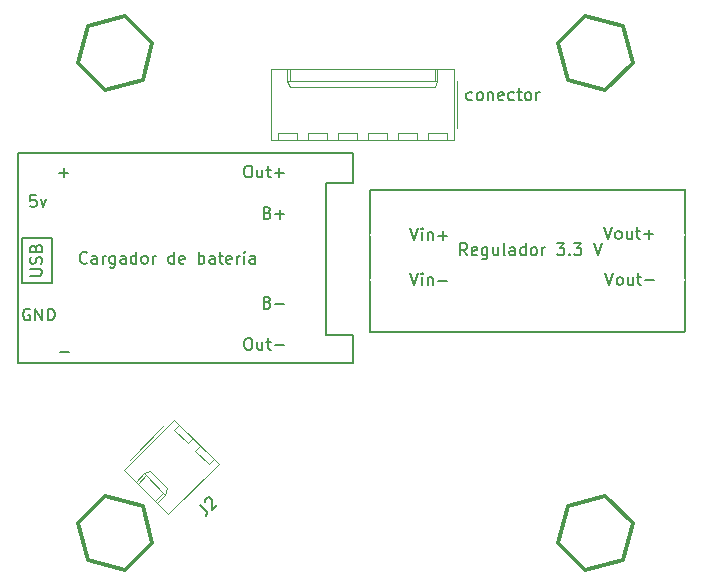
<source format=gbr>
G04 #@! TF.GenerationSoftware,KiCad,Pcbnew,(5.1.2)-2*
G04 #@! TF.CreationDate,2019-10-20T14:27:07-03:00*
G04 #@! TF.ProjectId,placa_potencia,706c6163-615f-4706-9f74-656e6369612e,rev?*
G04 #@! TF.SameCoordinates,Original*
G04 #@! TF.FileFunction,Legend,Top*
G04 #@! TF.FilePolarity,Positive*
%FSLAX46Y46*%
G04 Gerber Fmt 4.6, Leading zero omitted, Abs format (unit mm)*
G04 Created by KiCad (PCBNEW (5.1.2)-2) date 2019-10-20 14:27:07*
%MOMM*%
%LPD*%
G04 APERTURE LIST*
%ADD10C,0.300000*%
%ADD11C,0.150000*%
%ADD12C,0.120000*%
%ADD13R,2.800000X2.800000*%
%ADD14C,2.000000*%
%ADD15C,3.000000*%
%ADD16C,2.500000*%
%ADD17C,2.100000*%
G04 APERTURE END LIST*
D10*
X105755318Y-52167956D02*
X102604440Y-51323680D01*
X104066768Y-45866199D02*
X107217646Y-46710475D01*
X107217646Y-46710475D02*
X108061921Y-49861353D01*
X102604440Y-51323680D02*
X101760165Y-48172802D01*
X108061921Y-49861353D02*
X105755318Y-52167956D01*
X101760165Y-48172802D02*
X104066768Y-45866199D01*
X61118537Y-49861353D02*
X63425139Y-52167956D01*
X108061921Y-88814431D02*
X105755318Y-86507828D01*
X63425139Y-86507828D02*
X66576018Y-87352103D01*
X107217646Y-91965309D02*
X108061921Y-88814431D01*
X65113690Y-92809584D02*
X61962812Y-91965309D01*
X67420293Y-48172802D02*
X65113690Y-45866199D01*
X67420293Y-90502981D02*
X65113690Y-92809584D01*
X61962812Y-46710475D02*
X61118537Y-49861353D01*
X66576018Y-51323680D02*
X67420293Y-48172802D01*
X101760165Y-90502981D02*
X104066768Y-92809584D01*
X102604440Y-87352103D02*
X101760165Y-90502981D01*
X61118537Y-88814431D02*
X63425139Y-86507828D01*
X104066768Y-92809584D02*
X107217646Y-91965309D01*
X105755318Y-86507828D02*
X102604440Y-87352103D01*
X66576018Y-87352103D02*
X67420293Y-90502981D01*
X61962812Y-91965309D02*
X61118537Y-88814431D01*
X65113690Y-45866199D02*
X61962812Y-46710475D01*
X63425139Y-52167956D02*
X66576018Y-51323680D01*
D11*
X82100000Y-60000000D02*
X82100000Y-72900000D01*
X82100000Y-72900000D02*
X82400000Y-72900000D01*
X82300000Y-72900000D02*
X84400000Y-72900000D01*
X84400000Y-72900000D02*
X84400000Y-73200000D01*
X82300000Y-57500000D02*
X84400000Y-57500000D01*
X84400000Y-57500000D02*
X84400000Y-60000000D01*
X84400000Y-60000000D02*
X82100000Y-60000000D01*
X84400000Y-73200000D02*
X84400000Y-75300000D01*
X84400000Y-75300000D02*
X56000000Y-75300000D01*
X56000000Y-75300000D02*
X56000000Y-57500000D01*
X56400000Y-64700000D02*
X58900000Y-64700000D01*
X58900000Y-64700000D02*
X58900000Y-68500000D01*
X58900000Y-68500000D02*
X56400000Y-68500000D01*
X56400000Y-68500000D02*
X56400000Y-64800000D01*
X56000000Y-57500000D02*
X82300000Y-57500000D01*
D12*
X92930000Y-56380000D02*
X92930000Y-50360000D01*
X92930000Y-50360000D02*
X77470000Y-50360000D01*
X77470000Y-50360000D02*
X77470000Y-56380000D01*
X77470000Y-56380000D02*
X92930000Y-56380000D01*
X93220000Y-55350000D02*
X93220000Y-51350000D01*
X91550000Y-50360000D02*
X91550000Y-51360000D01*
X91550000Y-51360000D02*
X78850000Y-51360000D01*
X78850000Y-51360000D02*
X78850000Y-50360000D01*
X91550000Y-51360000D02*
X91300000Y-51890000D01*
X91300000Y-51890000D02*
X79100000Y-51890000D01*
X79100000Y-51890000D02*
X78850000Y-51360000D01*
X91300000Y-50360000D02*
X91300000Y-51360000D01*
X79100000Y-50360000D02*
X79100000Y-51360000D01*
X92350000Y-56380000D02*
X92350000Y-55780000D01*
X92350000Y-55780000D02*
X90750000Y-55780000D01*
X90750000Y-55780000D02*
X90750000Y-56380000D01*
X89810000Y-56380000D02*
X89810000Y-55780000D01*
X89810000Y-55780000D02*
X88210000Y-55780000D01*
X88210000Y-55780000D02*
X88210000Y-56380000D01*
X87270000Y-56380000D02*
X87270000Y-55780000D01*
X87270000Y-55780000D02*
X85670000Y-55780000D01*
X85670000Y-55780000D02*
X85670000Y-56380000D01*
X84730000Y-56380000D02*
X84730000Y-55780000D01*
X84730000Y-55780000D02*
X83130000Y-55780000D01*
X83130000Y-55780000D02*
X83130000Y-56380000D01*
X82190000Y-56380000D02*
X82190000Y-55780000D01*
X82190000Y-55780000D02*
X80590000Y-55780000D01*
X80590000Y-55780000D02*
X80590000Y-56380000D01*
X79650000Y-56380000D02*
X79650000Y-55780000D01*
X79650000Y-55780000D02*
X78050000Y-55780000D01*
X78050000Y-55780000D02*
X78050000Y-56380000D01*
X69266726Y-80081659D02*
X65009943Y-84338442D01*
X65009943Y-84338442D02*
X68757609Y-88086108D01*
X68757609Y-88086108D02*
X73014392Y-83829325D01*
X73014392Y-83829325D02*
X69266726Y-80081659D01*
X68333345Y-80604918D02*
X65504918Y-83433345D01*
X65985751Y-85314249D02*
X66692858Y-84607142D01*
X66692858Y-84607142D02*
X68488909Y-86403194D01*
X68488909Y-86403194D02*
X67781802Y-87110300D01*
X66692858Y-84607142D02*
X67244401Y-84409153D01*
X67244401Y-84409153D02*
X68686899Y-85851650D01*
X68686899Y-85851650D02*
X68488909Y-86403194D01*
X66162527Y-85491026D02*
X66869634Y-84783919D01*
X67605025Y-86933524D02*
X68312132Y-86226417D01*
X69676848Y-80491781D02*
X69252584Y-80916045D01*
X69252584Y-80916045D02*
X70383955Y-82047416D01*
X70383955Y-82047416D02*
X70808219Y-81623152D01*
X71472899Y-82287832D02*
X71048635Y-82712096D01*
X71048635Y-82712096D02*
X72180006Y-83843467D01*
X72180006Y-83843467D02*
X72604270Y-83419203D01*
D11*
X112000000Y-72600000D02*
X112400000Y-72600000D01*
X112400000Y-72600000D02*
X112470000Y-72538000D01*
X112470000Y-72538000D02*
X112470000Y-72284000D01*
X111673000Y-60600000D02*
X112473000Y-60600000D01*
X85800000Y-60600000D02*
X112000000Y-60600000D01*
X112470000Y-60524000D02*
X112470000Y-72524000D01*
X112000000Y-72600000D02*
X85800000Y-72600000D01*
X85800000Y-72600000D02*
X85800000Y-60600000D01*
X61866666Y-66757142D02*
X61819047Y-66804761D01*
X61676190Y-66852380D01*
X61580952Y-66852380D01*
X61438095Y-66804761D01*
X61342857Y-66709523D01*
X61295238Y-66614285D01*
X61247619Y-66423809D01*
X61247619Y-66280952D01*
X61295238Y-66090476D01*
X61342857Y-65995238D01*
X61438095Y-65900000D01*
X61580952Y-65852380D01*
X61676190Y-65852380D01*
X61819047Y-65900000D01*
X61866666Y-65947619D01*
X62723809Y-66852380D02*
X62723809Y-66328571D01*
X62676190Y-66233333D01*
X62580952Y-66185714D01*
X62390476Y-66185714D01*
X62295238Y-66233333D01*
X62723809Y-66804761D02*
X62628571Y-66852380D01*
X62390476Y-66852380D01*
X62295238Y-66804761D01*
X62247619Y-66709523D01*
X62247619Y-66614285D01*
X62295238Y-66519047D01*
X62390476Y-66471428D01*
X62628571Y-66471428D01*
X62723809Y-66423809D01*
X63200000Y-66852380D02*
X63200000Y-66185714D01*
X63200000Y-66376190D02*
X63247619Y-66280952D01*
X63295238Y-66233333D01*
X63390476Y-66185714D01*
X63485714Y-66185714D01*
X64247619Y-66185714D02*
X64247619Y-66995238D01*
X64200000Y-67090476D01*
X64152380Y-67138095D01*
X64057142Y-67185714D01*
X63914285Y-67185714D01*
X63819047Y-67138095D01*
X64247619Y-66804761D02*
X64152380Y-66852380D01*
X63961904Y-66852380D01*
X63866666Y-66804761D01*
X63819047Y-66757142D01*
X63771428Y-66661904D01*
X63771428Y-66376190D01*
X63819047Y-66280952D01*
X63866666Y-66233333D01*
X63961904Y-66185714D01*
X64152380Y-66185714D01*
X64247619Y-66233333D01*
X65152380Y-66852380D02*
X65152380Y-66328571D01*
X65104761Y-66233333D01*
X65009523Y-66185714D01*
X64819047Y-66185714D01*
X64723809Y-66233333D01*
X65152380Y-66804761D02*
X65057142Y-66852380D01*
X64819047Y-66852380D01*
X64723809Y-66804761D01*
X64676190Y-66709523D01*
X64676190Y-66614285D01*
X64723809Y-66519047D01*
X64819047Y-66471428D01*
X65057142Y-66471428D01*
X65152380Y-66423809D01*
X66057142Y-66852380D02*
X66057142Y-65852380D01*
X66057142Y-66804761D02*
X65961904Y-66852380D01*
X65771428Y-66852380D01*
X65676190Y-66804761D01*
X65628571Y-66757142D01*
X65580952Y-66661904D01*
X65580952Y-66376190D01*
X65628571Y-66280952D01*
X65676190Y-66233333D01*
X65771428Y-66185714D01*
X65961904Y-66185714D01*
X66057142Y-66233333D01*
X66676190Y-66852380D02*
X66580952Y-66804761D01*
X66533333Y-66757142D01*
X66485714Y-66661904D01*
X66485714Y-66376190D01*
X66533333Y-66280952D01*
X66580952Y-66233333D01*
X66676190Y-66185714D01*
X66819047Y-66185714D01*
X66914285Y-66233333D01*
X66961904Y-66280952D01*
X67009523Y-66376190D01*
X67009523Y-66661904D01*
X66961904Y-66757142D01*
X66914285Y-66804761D01*
X66819047Y-66852380D01*
X66676190Y-66852380D01*
X67438095Y-66852380D02*
X67438095Y-66185714D01*
X67438095Y-66376190D02*
X67485714Y-66280952D01*
X67533333Y-66233333D01*
X67628571Y-66185714D01*
X67723809Y-66185714D01*
X69247619Y-66852380D02*
X69247619Y-65852380D01*
X69247619Y-66804761D02*
X69152380Y-66852380D01*
X68961904Y-66852380D01*
X68866666Y-66804761D01*
X68819047Y-66757142D01*
X68771428Y-66661904D01*
X68771428Y-66376190D01*
X68819047Y-66280952D01*
X68866666Y-66233333D01*
X68961904Y-66185714D01*
X69152380Y-66185714D01*
X69247619Y-66233333D01*
X70104761Y-66804761D02*
X70009523Y-66852380D01*
X69819047Y-66852380D01*
X69723809Y-66804761D01*
X69676190Y-66709523D01*
X69676190Y-66328571D01*
X69723809Y-66233333D01*
X69819047Y-66185714D01*
X70009523Y-66185714D01*
X70104761Y-66233333D01*
X70152380Y-66328571D01*
X70152380Y-66423809D01*
X69676190Y-66519047D01*
X71342857Y-66852380D02*
X71342857Y-65852380D01*
X71342857Y-66233333D02*
X71438095Y-66185714D01*
X71628571Y-66185714D01*
X71723809Y-66233333D01*
X71771428Y-66280952D01*
X71819047Y-66376190D01*
X71819047Y-66661904D01*
X71771428Y-66757142D01*
X71723809Y-66804761D01*
X71628571Y-66852380D01*
X71438095Y-66852380D01*
X71342857Y-66804761D01*
X72676190Y-66852380D02*
X72676190Y-66328571D01*
X72628571Y-66233333D01*
X72533333Y-66185714D01*
X72342857Y-66185714D01*
X72247619Y-66233333D01*
X72676190Y-66804761D02*
X72580952Y-66852380D01*
X72342857Y-66852380D01*
X72247619Y-66804761D01*
X72200000Y-66709523D01*
X72200000Y-66614285D01*
X72247619Y-66519047D01*
X72342857Y-66471428D01*
X72580952Y-66471428D01*
X72676190Y-66423809D01*
X73009523Y-66185714D02*
X73390476Y-66185714D01*
X73152380Y-65852380D02*
X73152380Y-66709523D01*
X73200000Y-66804761D01*
X73295238Y-66852380D01*
X73390476Y-66852380D01*
X74104761Y-66804761D02*
X74009523Y-66852380D01*
X73819047Y-66852380D01*
X73723809Y-66804761D01*
X73676190Y-66709523D01*
X73676190Y-66328571D01*
X73723809Y-66233333D01*
X73819047Y-66185714D01*
X74009523Y-66185714D01*
X74104761Y-66233333D01*
X74152380Y-66328571D01*
X74152380Y-66423809D01*
X73676190Y-66519047D01*
X74580952Y-66852380D02*
X74580952Y-66185714D01*
X74580952Y-66376190D02*
X74628571Y-66280952D01*
X74676190Y-66233333D01*
X74771428Y-66185714D01*
X74866666Y-66185714D01*
X75200000Y-66852380D02*
X75200000Y-66185714D01*
X75295238Y-65804761D02*
X75152380Y-65947619D01*
X76104761Y-66852380D02*
X76104761Y-66328571D01*
X76057142Y-66233333D01*
X75961904Y-66185714D01*
X75771428Y-66185714D01*
X75676190Y-66233333D01*
X76104761Y-66804761D02*
X76009523Y-66852380D01*
X75771428Y-66852380D01*
X75676190Y-66804761D01*
X75628571Y-66709523D01*
X75628571Y-66614285D01*
X75676190Y-66519047D01*
X75771428Y-66471428D01*
X76009523Y-66471428D01*
X76104761Y-66423809D01*
X57038095Y-70700000D02*
X56942857Y-70652380D01*
X56800000Y-70652380D01*
X56657142Y-70700000D01*
X56561904Y-70795238D01*
X56514285Y-70890476D01*
X56466666Y-71080952D01*
X56466666Y-71223809D01*
X56514285Y-71414285D01*
X56561904Y-71509523D01*
X56657142Y-71604761D01*
X56800000Y-71652380D01*
X56895238Y-71652380D01*
X57038095Y-71604761D01*
X57085714Y-71557142D01*
X57085714Y-71223809D01*
X56895238Y-71223809D01*
X57514285Y-71652380D02*
X57514285Y-70652380D01*
X58085714Y-71652380D01*
X58085714Y-70652380D01*
X58561904Y-71652380D02*
X58561904Y-70652380D01*
X58800000Y-70652380D01*
X58942857Y-70700000D01*
X59038095Y-70795238D01*
X59085714Y-70890476D01*
X59133333Y-71080952D01*
X59133333Y-71223809D01*
X59085714Y-71414285D01*
X59038095Y-71509523D01*
X58942857Y-71604761D01*
X58800000Y-71652380D01*
X58561904Y-71652380D01*
X57557142Y-61052380D02*
X57080952Y-61052380D01*
X57033333Y-61528571D01*
X57080952Y-61480952D01*
X57176190Y-61433333D01*
X57414285Y-61433333D01*
X57509523Y-61480952D01*
X57557142Y-61528571D01*
X57604761Y-61623809D01*
X57604761Y-61861904D01*
X57557142Y-61957142D01*
X57509523Y-62004761D01*
X57414285Y-62052380D01*
X57176190Y-62052380D01*
X57080952Y-62004761D01*
X57033333Y-61957142D01*
X57938095Y-61385714D02*
X58176190Y-62052380D01*
X58414285Y-61385714D01*
X77152380Y-62528571D02*
X77295238Y-62576190D01*
X77342857Y-62623809D01*
X77390476Y-62719047D01*
X77390476Y-62861904D01*
X77342857Y-62957142D01*
X77295238Y-63004761D01*
X77200000Y-63052380D01*
X76819047Y-63052380D01*
X76819047Y-62052380D01*
X77152380Y-62052380D01*
X77247619Y-62100000D01*
X77295238Y-62147619D01*
X77342857Y-62242857D01*
X77342857Y-62338095D01*
X77295238Y-62433333D01*
X77247619Y-62480952D01*
X77152380Y-62528571D01*
X76819047Y-62528571D01*
X77819047Y-62671428D02*
X78580952Y-62671428D01*
X78200000Y-63052380D02*
X78200000Y-62290476D01*
X77152380Y-70128571D02*
X77295238Y-70176190D01*
X77342857Y-70223809D01*
X77390476Y-70319047D01*
X77390476Y-70461904D01*
X77342857Y-70557142D01*
X77295238Y-70604761D01*
X77200000Y-70652380D01*
X76819047Y-70652380D01*
X76819047Y-69652380D01*
X77152380Y-69652380D01*
X77247619Y-69700000D01*
X77295238Y-69747619D01*
X77342857Y-69842857D01*
X77342857Y-69938095D01*
X77295238Y-70033333D01*
X77247619Y-70080952D01*
X77152380Y-70128571D01*
X76819047Y-70128571D01*
X77819047Y-70271428D02*
X78580952Y-70271428D01*
X75447619Y-58552380D02*
X75638095Y-58552380D01*
X75733333Y-58600000D01*
X75828571Y-58695238D01*
X75876190Y-58885714D01*
X75876190Y-59219047D01*
X75828571Y-59409523D01*
X75733333Y-59504761D01*
X75638095Y-59552380D01*
X75447619Y-59552380D01*
X75352380Y-59504761D01*
X75257142Y-59409523D01*
X75209523Y-59219047D01*
X75209523Y-58885714D01*
X75257142Y-58695238D01*
X75352380Y-58600000D01*
X75447619Y-58552380D01*
X76733333Y-58885714D02*
X76733333Y-59552380D01*
X76304761Y-58885714D02*
X76304761Y-59409523D01*
X76352380Y-59504761D01*
X76447619Y-59552380D01*
X76590476Y-59552380D01*
X76685714Y-59504761D01*
X76733333Y-59457142D01*
X77066666Y-58885714D02*
X77447619Y-58885714D01*
X77209523Y-58552380D02*
X77209523Y-59409523D01*
X77257142Y-59504761D01*
X77352380Y-59552380D01*
X77447619Y-59552380D01*
X77780952Y-59171428D02*
X78542857Y-59171428D01*
X78161904Y-59552380D02*
X78161904Y-58790476D01*
X75447619Y-73152380D02*
X75638095Y-73152380D01*
X75733333Y-73200000D01*
X75828571Y-73295238D01*
X75876190Y-73485714D01*
X75876190Y-73819047D01*
X75828571Y-74009523D01*
X75733333Y-74104761D01*
X75638095Y-74152380D01*
X75447619Y-74152380D01*
X75352380Y-74104761D01*
X75257142Y-74009523D01*
X75209523Y-73819047D01*
X75209523Y-73485714D01*
X75257142Y-73295238D01*
X75352380Y-73200000D01*
X75447619Y-73152380D01*
X76733333Y-73485714D02*
X76733333Y-74152380D01*
X76304761Y-73485714D02*
X76304761Y-74009523D01*
X76352380Y-74104761D01*
X76447619Y-74152380D01*
X76590476Y-74152380D01*
X76685714Y-74104761D01*
X76733333Y-74057142D01*
X77066666Y-73485714D02*
X77447619Y-73485714D01*
X77209523Y-73152380D02*
X77209523Y-74009523D01*
X77257142Y-74104761D01*
X77352380Y-74152380D01*
X77447619Y-74152380D01*
X77780952Y-73771428D02*
X78542857Y-73771428D01*
X57052380Y-67861904D02*
X57861904Y-67861904D01*
X57957142Y-67814285D01*
X58004761Y-67766666D01*
X58052380Y-67671428D01*
X58052380Y-67480952D01*
X58004761Y-67385714D01*
X57957142Y-67338095D01*
X57861904Y-67290476D01*
X57052380Y-67290476D01*
X58004761Y-66861904D02*
X58052380Y-66719047D01*
X58052380Y-66480952D01*
X58004761Y-66385714D01*
X57957142Y-66338095D01*
X57861904Y-66290476D01*
X57766666Y-66290476D01*
X57671428Y-66338095D01*
X57623809Y-66385714D01*
X57576190Y-66480952D01*
X57528571Y-66671428D01*
X57480952Y-66766666D01*
X57433333Y-66814285D01*
X57338095Y-66861904D01*
X57242857Y-66861904D01*
X57147619Y-66814285D01*
X57100000Y-66766666D01*
X57052380Y-66671428D01*
X57052380Y-66433333D01*
X57100000Y-66290476D01*
X57528571Y-65528571D02*
X57576190Y-65385714D01*
X57623809Y-65338095D01*
X57719047Y-65290476D01*
X57861904Y-65290476D01*
X57957142Y-65338095D01*
X58004761Y-65385714D01*
X58052380Y-65480952D01*
X58052380Y-65861904D01*
X57052380Y-65861904D01*
X57052380Y-65528571D01*
X57100000Y-65433333D01*
X57147619Y-65385714D01*
X57242857Y-65338095D01*
X57338095Y-65338095D01*
X57433333Y-65385714D01*
X57480952Y-65433333D01*
X57528571Y-65528571D01*
X57528571Y-65861904D01*
X59619047Y-74371428D02*
X60380952Y-74371428D01*
X59519047Y-59171428D02*
X60280952Y-59171428D01*
X59900000Y-59552380D02*
X59900000Y-58790476D01*
X94478571Y-52954761D02*
X94383333Y-53002380D01*
X94192857Y-53002380D01*
X94097619Y-52954761D01*
X94050000Y-52907142D01*
X94002380Y-52811904D01*
X94002380Y-52526190D01*
X94050000Y-52430952D01*
X94097619Y-52383333D01*
X94192857Y-52335714D01*
X94383333Y-52335714D01*
X94478571Y-52383333D01*
X95050000Y-53002380D02*
X94954761Y-52954761D01*
X94907142Y-52907142D01*
X94859523Y-52811904D01*
X94859523Y-52526190D01*
X94907142Y-52430952D01*
X94954761Y-52383333D01*
X95050000Y-52335714D01*
X95192857Y-52335714D01*
X95288095Y-52383333D01*
X95335714Y-52430952D01*
X95383333Y-52526190D01*
X95383333Y-52811904D01*
X95335714Y-52907142D01*
X95288095Y-52954761D01*
X95192857Y-53002380D01*
X95050000Y-53002380D01*
X95811904Y-52335714D02*
X95811904Y-53002380D01*
X95811904Y-52430952D02*
X95859523Y-52383333D01*
X95954761Y-52335714D01*
X96097619Y-52335714D01*
X96192857Y-52383333D01*
X96240476Y-52478571D01*
X96240476Y-53002380D01*
X97097619Y-52954761D02*
X97002380Y-53002380D01*
X96811904Y-53002380D01*
X96716666Y-52954761D01*
X96669047Y-52859523D01*
X96669047Y-52478571D01*
X96716666Y-52383333D01*
X96811904Y-52335714D01*
X97002380Y-52335714D01*
X97097619Y-52383333D01*
X97145238Y-52478571D01*
X97145238Y-52573809D01*
X96669047Y-52669047D01*
X98002380Y-52954761D02*
X97907142Y-53002380D01*
X97716666Y-53002380D01*
X97621428Y-52954761D01*
X97573809Y-52907142D01*
X97526190Y-52811904D01*
X97526190Y-52526190D01*
X97573809Y-52430952D01*
X97621428Y-52383333D01*
X97716666Y-52335714D01*
X97907142Y-52335714D01*
X98002380Y-52383333D01*
X98288095Y-52335714D02*
X98669047Y-52335714D01*
X98430952Y-52002380D02*
X98430952Y-52859523D01*
X98478571Y-52954761D01*
X98573809Y-53002380D01*
X98669047Y-53002380D01*
X99145238Y-53002380D02*
X99050000Y-52954761D01*
X99002380Y-52907142D01*
X98954761Y-52811904D01*
X98954761Y-52526190D01*
X99002380Y-52430952D01*
X99050000Y-52383333D01*
X99145238Y-52335714D01*
X99288095Y-52335714D01*
X99383333Y-52383333D01*
X99430952Y-52430952D01*
X99478571Y-52526190D01*
X99478571Y-52811904D01*
X99430952Y-52907142D01*
X99383333Y-52954761D01*
X99288095Y-53002380D01*
X99145238Y-53002380D01*
X99907142Y-53002380D02*
X99907142Y-52335714D01*
X99907142Y-52526190D02*
X99954761Y-52430952D01*
X100002380Y-52383333D01*
X100097619Y-52335714D01*
X100192857Y-52335714D01*
X71477073Y-87248477D02*
X71982149Y-87753553D01*
X72049493Y-87888240D01*
X72049493Y-88022927D01*
X71982149Y-88157614D01*
X71914806Y-88224957D01*
X71847462Y-87012774D02*
X71847462Y-86945431D01*
X71881134Y-86844416D01*
X72049493Y-86676057D01*
X72150508Y-86642385D01*
X72217852Y-86642385D01*
X72318867Y-86676057D01*
X72386210Y-86743400D01*
X72453554Y-86878087D01*
X72453554Y-87686209D01*
X72891287Y-87248477D01*
X94055714Y-66132380D02*
X93722380Y-65656190D01*
X93484285Y-66132380D02*
X93484285Y-65132380D01*
X93865238Y-65132380D01*
X93960476Y-65180000D01*
X94008095Y-65227619D01*
X94055714Y-65322857D01*
X94055714Y-65465714D01*
X94008095Y-65560952D01*
X93960476Y-65608571D01*
X93865238Y-65656190D01*
X93484285Y-65656190D01*
X94865238Y-66084761D02*
X94770000Y-66132380D01*
X94579523Y-66132380D01*
X94484285Y-66084761D01*
X94436666Y-65989523D01*
X94436666Y-65608571D01*
X94484285Y-65513333D01*
X94579523Y-65465714D01*
X94770000Y-65465714D01*
X94865238Y-65513333D01*
X94912857Y-65608571D01*
X94912857Y-65703809D01*
X94436666Y-65799047D01*
X95770000Y-65465714D02*
X95770000Y-66275238D01*
X95722380Y-66370476D01*
X95674761Y-66418095D01*
X95579523Y-66465714D01*
X95436666Y-66465714D01*
X95341428Y-66418095D01*
X95770000Y-66084761D02*
X95674761Y-66132380D01*
X95484285Y-66132380D01*
X95389047Y-66084761D01*
X95341428Y-66037142D01*
X95293809Y-65941904D01*
X95293809Y-65656190D01*
X95341428Y-65560952D01*
X95389047Y-65513333D01*
X95484285Y-65465714D01*
X95674761Y-65465714D01*
X95770000Y-65513333D01*
X96674761Y-65465714D02*
X96674761Y-66132380D01*
X96246190Y-65465714D02*
X96246190Y-65989523D01*
X96293809Y-66084761D01*
X96389047Y-66132380D01*
X96531904Y-66132380D01*
X96627142Y-66084761D01*
X96674761Y-66037142D01*
X97293809Y-66132380D02*
X97198571Y-66084761D01*
X97150952Y-65989523D01*
X97150952Y-65132380D01*
X98103333Y-66132380D02*
X98103333Y-65608571D01*
X98055714Y-65513333D01*
X97960476Y-65465714D01*
X97770000Y-65465714D01*
X97674761Y-65513333D01*
X98103333Y-66084761D02*
X98008095Y-66132380D01*
X97770000Y-66132380D01*
X97674761Y-66084761D01*
X97627142Y-65989523D01*
X97627142Y-65894285D01*
X97674761Y-65799047D01*
X97770000Y-65751428D01*
X98008095Y-65751428D01*
X98103333Y-65703809D01*
X99008095Y-66132380D02*
X99008095Y-65132380D01*
X99008095Y-66084761D02*
X98912857Y-66132380D01*
X98722380Y-66132380D01*
X98627142Y-66084761D01*
X98579523Y-66037142D01*
X98531904Y-65941904D01*
X98531904Y-65656190D01*
X98579523Y-65560952D01*
X98627142Y-65513333D01*
X98722380Y-65465714D01*
X98912857Y-65465714D01*
X99008095Y-65513333D01*
X99627142Y-66132380D02*
X99531904Y-66084761D01*
X99484285Y-66037142D01*
X99436666Y-65941904D01*
X99436666Y-65656190D01*
X99484285Y-65560952D01*
X99531904Y-65513333D01*
X99627142Y-65465714D01*
X99770000Y-65465714D01*
X99865238Y-65513333D01*
X99912857Y-65560952D01*
X99960476Y-65656190D01*
X99960476Y-65941904D01*
X99912857Y-66037142D01*
X99865238Y-66084761D01*
X99770000Y-66132380D01*
X99627142Y-66132380D01*
X100389047Y-66132380D02*
X100389047Y-65465714D01*
X100389047Y-65656190D02*
X100436666Y-65560952D01*
X100484285Y-65513333D01*
X100579523Y-65465714D01*
X100674761Y-65465714D01*
X101674761Y-65132380D02*
X102293809Y-65132380D01*
X101960476Y-65513333D01*
X102103333Y-65513333D01*
X102198571Y-65560952D01*
X102246190Y-65608571D01*
X102293809Y-65703809D01*
X102293809Y-65941904D01*
X102246190Y-66037142D01*
X102198571Y-66084761D01*
X102103333Y-66132380D01*
X101817619Y-66132380D01*
X101722380Y-66084761D01*
X101674761Y-66037142D01*
X102722380Y-66037142D02*
X102770000Y-66084761D01*
X102722380Y-66132380D01*
X102674761Y-66084761D01*
X102722380Y-66037142D01*
X102722380Y-66132380D01*
X103103333Y-65132380D02*
X103722380Y-65132380D01*
X103389047Y-65513333D01*
X103531904Y-65513333D01*
X103627142Y-65560952D01*
X103674761Y-65608571D01*
X103722380Y-65703809D01*
X103722380Y-65941904D01*
X103674761Y-66037142D01*
X103627142Y-66084761D01*
X103531904Y-66132380D01*
X103246190Y-66132380D01*
X103150952Y-66084761D01*
X103103333Y-66037142D01*
X104770000Y-65132380D02*
X105103333Y-66132380D01*
X105436666Y-65132380D01*
X105757142Y-67652380D02*
X106090476Y-68652380D01*
X106423809Y-67652380D01*
X106900000Y-68652380D02*
X106804761Y-68604761D01*
X106757142Y-68557142D01*
X106709523Y-68461904D01*
X106709523Y-68176190D01*
X106757142Y-68080952D01*
X106804761Y-68033333D01*
X106900000Y-67985714D01*
X107042857Y-67985714D01*
X107138095Y-68033333D01*
X107185714Y-68080952D01*
X107233333Y-68176190D01*
X107233333Y-68461904D01*
X107185714Y-68557142D01*
X107138095Y-68604761D01*
X107042857Y-68652380D01*
X106900000Y-68652380D01*
X108090476Y-67985714D02*
X108090476Y-68652380D01*
X107661904Y-67985714D02*
X107661904Y-68509523D01*
X107709523Y-68604761D01*
X107804761Y-68652380D01*
X107947619Y-68652380D01*
X108042857Y-68604761D01*
X108090476Y-68557142D01*
X108423809Y-67985714D02*
X108804761Y-67985714D01*
X108566666Y-67652380D02*
X108566666Y-68509523D01*
X108614285Y-68604761D01*
X108709523Y-68652380D01*
X108804761Y-68652380D01*
X109138095Y-68271428D02*
X109900000Y-68271428D01*
X105657142Y-63752380D02*
X105990476Y-64752380D01*
X106323809Y-63752380D01*
X106800000Y-64752380D02*
X106704761Y-64704761D01*
X106657142Y-64657142D01*
X106609523Y-64561904D01*
X106609523Y-64276190D01*
X106657142Y-64180952D01*
X106704761Y-64133333D01*
X106800000Y-64085714D01*
X106942857Y-64085714D01*
X107038095Y-64133333D01*
X107085714Y-64180952D01*
X107133333Y-64276190D01*
X107133333Y-64561904D01*
X107085714Y-64657142D01*
X107038095Y-64704761D01*
X106942857Y-64752380D01*
X106800000Y-64752380D01*
X107990476Y-64085714D02*
X107990476Y-64752380D01*
X107561904Y-64085714D02*
X107561904Y-64609523D01*
X107609523Y-64704761D01*
X107704761Y-64752380D01*
X107847619Y-64752380D01*
X107942857Y-64704761D01*
X107990476Y-64657142D01*
X108323809Y-64085714D02*
X108704761Y-64085714D01*
X108466666Y-63752380D02*
X108466666Y-64609523D01*
X108514285Y-64704761D01*
X108609523Y-64752380D01*
X108704761Y-64752380D01*
X109038095Y-64371428D02*
X109800000Y-64371428D01*
X109419047Y-64752380D02*
X109419047Y-63990476D01*
X89237142Y-67672380D02*
X89570476Y-68672380D01*
X89903809Y-67672380D01*
X90237142Y-68672380D02*
X90237142Y-68005714D01*
X90237142Y-67672380D02*
X90189523Y-67720000D01*
X90237142Y-67767619D01*
X90284761Y-67720000D01*
X90237142Y-67672380D01*
X90237142Y-67767619D01*
X90713333Y-68005714D02*
X90713333Y-68672380D01*
X90713333Y-68100952D02*
X90760952Y-68053333D01*
X90856190Y-68005714D01*
X90999047Y-68005714D01*
X91094285Y-68053333D01*
X91141904Y-68148571D01*
X91141904Y-68672380D01*
X91618095Y-68291428D02*
X92380000Y-68291428D01*
X89237142Y-63862380D02*
X89570476Y-64862380D01*
X89903809Y-63862380D01*
X90237142Y-64862380D02*
X90237142Y-64195714D01*
X90237142Y-63862380D02*
X90189523Y-63910000D01*
X90237142Y-63957619D01*
X90284761Y-63910000D01*
X90237142Y-63862380D01*
X90237142Y-63957619D01*
X90713333Y-64195714D02*
X90713333Y-64862380D01*
X90713333Y-64290952D02*
X90760952Y-64243333D01*
X90856190Y-64195714D01*
X90999047Y-64195714D01*
X91094285Y-64243333D01*
X91141904Y-64338571D01*
X91141904Y-64862380D01*
X91618095Y-64481428D02*
X92380000Y-64481428D01*
X91999047Y-64862380D02*
X91999047Y-64100476D01*
%LPC*%
D13*
X80600000Y-70300000D03*
X80600000Y-62700000D03*
X80600000Y-73700000D03*
X80600000Y-59200000D03*
D14*
X57700000Y-73400000D03*
X57700000Y-59200000D03*
D15*
X64300000Y-49000000D03*
X104900000Y-49000000D03*
X64200000Y-89700000D03*
X105000000Y-89700000D03*
D14*
X91550000Y-53350000D03*
X89010000Y-53350000D03*
X86470000Y-53350000D03*
X83930000Y-53350000D03*
X81390000Y-53350000D03*
X78850000Y-53350000D03*
X68100000Y-83200000D03*
X69896051Y-84996051D03*
D16*
X62574000Y-76626000D03*
D17*
X62574000Y-56306000D03*
D16*
X108802000Y-76626000D03*
X108802000Y-56306000D03*
X87070000Y-64410000D03*
X87070000Y-68220000D03*
X111200000Y-64410000D03*
X111200000Y-68220000D03*
M02*

</source>
